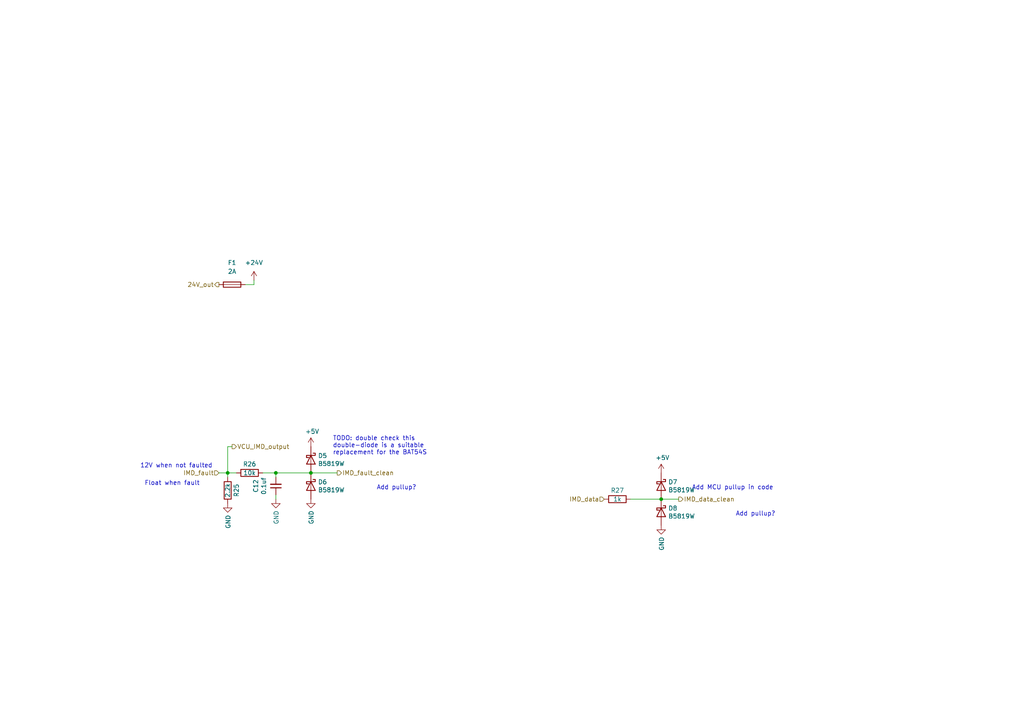
<source format=kicad_sch>
(kicad_sch (version 20211123) (generator eeschema)

  (uuid 419715bf-ffaa-4f14-ba39-b7cca3633324)

  (paper "A4")

  (lib_symbols
    (symbol "Device:C_Small" (pin_numbers hide) (pin_names (offset 0.254) hide) (in_bom yes) (on_board yes)
      (property "Reference" "C" (id 0) (at 0.254 1.778 0)
        (effects (font (size 1.27 1.27)) (justify left))
      )
      (property "Value" "C_Small" (id 1) (at 0.254 -2.032 0)
        (effects (font (size 1.27 1.27)) (justify left))
      )
      (property "Footprint" "" (id 2) (at 0 0 0)
        (effects (font (size 1.27 1.27)) hide)
      )
      (property "Datasheet" "~" (id 3) (at 0 0 0)
        (effects (font (size 1.27 1.27)) hide)
      )
      (property "ki_keywords" "capacitor cap" (id 4) (at 0 0 0)
        (effects (font (size 1.27 1.27)) hide)
      )
      (property "ki_description" "Unpolarized capacitor, small symbol" (id 5) (at 0 0 0)
        (effects (font (size 1.27 1.27)) hide)
      )
      (property "ki_fp_filters" "C_*" (id 6) (at 0 0 0)
        (effects (font (size 1.27 1.27)) hide)
      )
      (symbol "C_Small_0_1"
        (polyline
          (pts
            (xy -1.524 -0.508)
            (xy 1.524 -0.508)
          )
          (stroke (width 0.3302) (type default) (color 0 0 0 0))
          (fill (type none))
        )
        (polyline
          (pts
            (xy -1.524 0.508)
            (xy 1.524 0.508)
          )
          (stroke (width 0.3048) (type default) (color 0 0 0 0))
          (fill (type none))
        )
      )
      (symbol "C_Small_1_1"
        (pin passive line (at 0 2.54 270) (length 2.032)
          (name "~" (effects (font (size 1.27 1.27))))
          (number "1" (effects (font (size 1.27 1.27))))
        )
        (pin passive line (at 0 -2.54 90) (length 2.032)
          (name "~" (effects (font (size 1.27 1.27))))
          (number "2" (effects (font (size 1.27 1.27))))
        )
      )
    )
    (symbol "Device:D_Schottky" (pin_numbers hide) (pin_names (offset 1.016) hide) (in_bom yes) (on_board yes)
      (property "Reference" "D" (id 0) (at 0 2.54 0)
        (effects (font (size 1.27 1.27)))
      )
      (property "Value" "D_Schottky" (id 1) (at 0 -2.54 0)
        (effects (font (size 1.27 1.27)))
      )
      (property "Footprint" "" (id 2) (at 0 0 0)
        (effects (font (size 1.27 1.27)) hide)
      )
      (property "Datasheet" "~" (id 3) (at 0 0 0)
        (effects (font (size 1.27 1.27)) hide)
      )
      (property "ki_keywords" "diode Schottky" (id 4) (at 0 0 0)
        (effects (font (size 1.27 1.27)) hide)
      )
      (property "ki_description" "Schottky diode" (id 5) (at 0 0 0)
        (effects (font (size 1.27 1.27)) hide)
      )
      (property "ki_fp_filters" "TO-???* *_Diode_* *SingleDiode* D_*" (id 6) (at 0 0 0)
        (effects (font (size 1.27 1.27)) hide)
      )
      (symbol "D_Schottky_0_1"
        (polyline
          (pts
            (xy 1.27 0)
            (xy -1.27 0)
          )
          (stroke (width 0) (type default) (color 0 0 0 0))
          (fill (type none))
        )
        (polyline
          (pts
            (xy 1.27 1.27)
            (xy 1.27 -1.27)
            (xy -1.27 0)
            (xy 1.27 1.27)
          )
          (stroke (width 0.254) (type default) (color 0 0 0 0))
          (fill (type none))
        )
        (polyline
          (pts
            (xy -1.905 0.635)
            (xy -1.905 1.27)
            (xy -1.27 1.27)
            (xy -1.27 -1.27)
            (xy -0.635 -1.27)
            (xy -0.635 -0.635)
          )
          (stroke (width 0.254) (type default) (color 0 0 0 0))
          (fill (type none))
        )
      )
      (symbol "D_Schottky_1_1"
        (pin passive line (at -3.81 0 0) (length 2.54)
          (name "K" (effects (font (size 1.27 1.27))))
          (number "1" (effects (font (size 1.27 1.27))))
        )
        (pin passive line (at 3.81 0 180) (length 2.54)
          (name "A" (effects (font (size 1.27 1.27))))
          (number "2" (effects (font (size 1.27 1.27))))
        )
      )
    )
    (symbol "Device:Fuse" (pin_numbers hide) (pin_names (offset 0)) (in_bom yes) (on_board yes)
      (property "Reference" "F" (id 0) (at 2.032 0 90)
        (effects (font (size 1.27 1.27)))
      )
      (property "Value" "Fuse" (id 1) (at -1.905 0 90)
        (effects (font (size 1.27 1.27)))
      )
      (property "Footprint" "" (id 2) (at -1.778 0 90)
        (effects (font (size 1.27 1.27)) hide)
      )
      (property "Datasheet" "~" (id 3) (at 0 0 0)
        (effects (font (size 1.27 1.27)) hide)
      )
      (property "ki_keywords" "fuse" (id 4) (at 0 0 0)
        (effects (font (size 1.27 1.27)) hide)
      )
      (property "ki_description" "Fuse" (id 5) (at 0 0 0)
        (effects (font (size 1.27 1.27)) hide)
      )
      (property "ki_fp_filters" "*Fuse*" (id 6) (at 0 0 0)
        (effects (font (size 1.27 1.27)) hide)
      )
      (symbol "Fuse_0_1"
        (rectangle (start -0.762 -2.54) (end 0.762 2.54)
          (stroke (width 0.254) (type default) (color 0 0 0 0))
          (fill (type none))
        )
        (polyline
          (pts
            (xy 0 2.54)
            (xy 0 -2.54)
          )
          (stroke (width 0) (type default) (color 0 0 0 0))
          (fill (type none))
        )
      )
      (symbol "Fuse_1_1"
        (pin passive line (at 0 3.81 270) (length 1.27)
          (name "~" (effects (font (size 1.27 1.27))))
          (number "1" (effects (font (size 1.27 1.27))))
        )
        (pin passive line (at 0 -3.81 90) (length 1.27)
          (name "~" (effects (font (size 1.27 1.27))))
          (number "2" (effects (font (size 1.27 1.27))))
        )
      )
    )
    (symbol "Device:R" (pin_numbers hide) (pin_names (offset 0)) (in_bom yes) (on_board yes)
      (property "Reference" "R" (id 0) (at 2.032 0 90)
        (effects (font (size 1.27 1.27)))
      )
      (property "Value" "R" (id 1) (at 0 0 90)
        (effects (font (size 1.27 1.27)))
      )
      (property "Footprint" "" (id 2) (at -1.778 0 90)
        (effects (font (size 1.27 1.27)) hide)
      )
      (property "Datasheet" "~" (id 3) (at 0 0 0)
        (effects (font (size 1.27 1.27)) hide)
      )
      (property "ki_keywords" "R res resistor" (id 4) (at 0 0 0)
        (effects (font (size 1.27 1.27)) hide)
      )
      (property "ki_description" "Resistor" (id 5) (at 0 0 0)
        (effects (font (size 1.27 1.27)) hide)
      )
      (property "ki_fp_filters" "R_*" (id 6) (at 0 0 0)
        (effects (font (size 1.27 1.27)) hide)
      )
      (symbol "R_0_1"
        (rectangle (start -1.016 -2.54) (end 1.016 2.54)
          (stroke (width 0.254) (type default) (color 0 0 0 0))
          (fill (type none))
        )
      )
      (symbol "R_1_1"
        (pin passive line (at 0 3.81 270) (length 1.27)
          (name "~" (effects (font (size 1.27 1.27))))
          (number "1" (effects (font (size 1.27 1.27))))
        )
        (pin passive line (at 0 -3.81 90) (length 1.27)
          (name "~" (effects (font (size 1.27 1.27))))
          (number "2" (effects (font (size 1.27 1.27))))
        )
      )
    )
    (symbol "power:+24V" (power) (pin_names (offset 0)) (in_bom yes) (on_board yes)
      (property "Reference" "#PWR" (id 0) (at 0 -3.81 0)
        (effects (font (size 1.27 1.27)) hide)
      )
      (property "Value" "+24V" (id 1) (at 0 3.556 0)
        (effects (font (size 1.27 1.27)))
      )
      (property "Footprint" "" (id 2) (at 0 0 0)
        (effects (font (size 1.27 1.27)) hide)
      )
      (property "Datasheet" "" (id 3) (at 0 0 0)
        (effects (font (size 1.27 1.27)) hide)
      )
      (property "ki_keywords" "power-flag" (id 4) (at 0 0 0)
        (effects (font (size 1.27 1.27)) hide)
      )
      (property "ki_description" "Power symbol creates a global label with name \"+24V\"" (id 5) (at 0 0 0)
        (effects (font (size 1.27 1.27)) hide)
      )
      (symbol "+24V_0_1"
        (polyline
          (pts
            (xy -0.762 1.27)
            (xy 0 2.54)
          )
          (stroke (width 0) (type default) (color 0 0 0 0))
          (fill (type none))
        )
        (polyline
          (pts
            (xy 0 0)
            (xy 0 2.54)
          )
          (stroke (width 0) (type default) (color 0 0 0 0))
          (fill (type none))
        )
        (polyline
          (pts
            (xy 0 2.54)
            (xy 0.762 1.27)
          )
          (stroke (width 0) (type default) (color 0 0 0 0))
          (fill (type none))
        )
      )
      (symbol "+24V_1_1"
        (pin power_in line (at 0 0 90) (length 0) hide
          (name "+24V" (effects (font (size 1.27 1.27))))
          (number "1" (effects (font (size 1.27 1.27))))
        )
      )
    )
    (symbol "power:+5V" (power) (pin_names (offset 0)) (in_bom yes) (on_board yes)
      (property "Reference" "#PWR" (id 0) (at 0 -3.81 0)
        (effects (font (size 1.27 1.27)) hide)
      )
      (property "Value" "+5V" (id 1) (at 0 3.556 0)
        (effects (font (size 1.27 1.27)))
      )
      (property "Footprint" "" (id 2) (at 0 0 0)
        (effects (font (size 1.27 1.27)) hide)
      )
      (property "Datasheet" "" (id 3) (at 0 0 0)
        (effects (font (size 1.27 1.27)) hide)
      )
      (property "ki_keywords" "power-flag" (id 4) (at 0 0 0)
        (effects (font (size 1.27 1.27)) hide)
      )
      (property "ki_description" "Power symbol creates a global label with name \"+5V\"" (id 5) (at 0 0 0)
        (effects (font (size 1.27 1.27)) hide)
      )
      (symbol "+5V_0_1"
        (polyline
          (pts
            (xy -0.762 1.27)
            (xy 0 2.54)
          )
          (stroke (width 0) (type default) (color 0 0 0 0))
          (fill (type none))
        )
        (polyline
          (pts
            (xy 0 0)
            (xy 0 2.54)
          )
          (stroke (width 0) (type default) (color 0 0 0 0))
          (fill (type none))
        )
        (polyline
          (pts
            (xy 0 2.54)
            (xy 0.762 1.27)
          )
          (stroke (width 0) (type default) (color 0 0 0 0))
          (fill (type none))
        )
      )
      (symbol "+5V_1_1"
        (pin power_in line (at 0 0 90) (length 0) hide
          (name "+5V" (effects (font (size 1.27 1.27))))
          (number "1" (effects (font (size 1.27 1.27))))
        )
      )
    )
    (symbol "power:GND" (power) (pin_names (offset 0)) (in_bom yes) (on_board yes)
      (property "Reference" "#PWR" (id 0) (at 0 -6.35 0)
        (effects (font (size 1.27 1.27)) hide)
      )
      (property "Value" "GND" (id 1) (at 0 -3.81 0)
        (effects (font (size 1.27 1.27)))
      )
      (property "Footprint" "" (id 2) (at 0 0 0)
        (effects (font (size 1.27 1.27)) hide)
      )
      (property "Datasheet" "" (id 3) (at 0 0 0)
        (effects (font (size 1.27 1.27)) hide)
      )
      (property "ki_keywords" "power-flag" (id 4) (at 0 0 0)
        (effects (font (size 1.27 1.27)) hide)
      )
      (property "ki_description" "Power symbol creates a global label with name \"GND\" , ground" (id 5) (at 0 0 0)
        (effects (font (size 1.27 1.27)) hide)
      )
      (symbol "GND_0_1"
        (polyline
          (pts
            (xy 0 0)
            (xy 0 -1.27)
            (xy 1.27 -1.27)
            (xy 0 -2.54)
            (xy -1.27 -1.27)
            (xy 0 -1.27)
          )
          (stroke (width 0) (type default) (color 0 0 0 0))
          (fill (type none))
        )
      )
      (symbol "GND_1_1"
        (pin power_in line (at 0 0 270) (length 0) hide
          (name "GND" (effects (font (size 1.27 1.27))))
          (number "1" (effects (font (size 1.27 1.27))))
        )
      )
    )
  )

  (junction (at 191.77 144.78) (diameter 0) (color 0 0 0 0)
    (uuid 086ab04d-4086-427c-992f-819b91a9021d)
  )
  (junction (at 80.01 137.16) (diameter 0) (color 0 0 0 0)
    (uuid 119c633c-175b-4b38-bbc1-1a076032c16e)
  )
  (junction (at 66.04 137.16) (diameter 0) (color 0 0 0 0)
    (uuid 22fd57c4-481e-4417-b920-694451210da2)
  )
  (junction (at 90.17 137.16) (diameter 0) (color 0 0 0 0)
    (uuid 5968c877-7376-4e25-b8db-5e755d570d06)
  )

  (wire (pts (xy 90.17 137.16) (xy 97.79 137.16))
    (stroke (width 0) (type default) (color 0 0 0 0))
    (uuid 1cd85cce-d94a-4a92-8af2-23d3a2b66793)
  )
  (wire (pts (xy 182.88 144.78) (xy 191.77 144.78))
    (stroke (width 0) (type default) (color 0 0 0 0))
    (uuid 1ec648ca-df29-4910-86ed-6f48e345dbdb)
  )
  (wire (pts (xy 66.04 138.43) (xy 66.04 137.16))
    (stroke (width 0) (type default) (color 0 0 0 0))
    (uuid 43f4cf53-1dc5-4426-bbd2-fabe9c3d45ec)
  )
  (wire (pts (xy 191.77 144.78) (xy 196.85 144.78))
    (stroke (width 0) (type default) (color 0 0 0 0))
    (uuid 59246647-4e57-4b5f-9f1e-b0cc1fb90bb2)
  )
  (wire (pts (xy 73.66 82.55) (xy 71.12 82.55))
    (stroke (width 0) (type default) (color 0 0 0 0))
    (uuid 7be13a36-eb8e-440f-aaac-2fd6665d9f61)
  )
  (wire (pts (xy 63.5 137.16) (xy 66.04 137.16))
    (stroke (width 0) (type default) (color 0 0 0 0))
    (uuid 7fd11519-eb9e-4413-8ca2-e43e38c699f6)
  )
  (wire (pts (xy 80.01 137.16) (xy 90.17 137.16))
    (stroke (width 0) (type default) (color 0 0 0 0))
    (uuid a5c35670-98af-44c6-a3f4-bbad7ffecfd3)
  )
  (wire (pts (xy 66.04 137.16) (xy 68.58 137.16))
    (stroke (width 0) (type default) (color 0 0 0 0))
    (uuid bc29a09d-ebbe-4bab-9edb-114e75ee17a4)
  )
  (wire (pts (xy 66.04 137.16) (xy 66.04 129.54))
    (stroke (width 0) (type default) (color 0 0 0 0))
    (uuid c66790a8-2c84-47da-b059-a728d9f51463)
  )
  (wire (pts (xy 80.01 137.16) (xy 80.01 138.43))
    (stroke (width 0) (type default) (color 0 0 0 0))
    (uuid c7524402-4dbd-4d05-888d-edab7e79a150)
  )
  (wire (pts (xy 66.04 129.54) (xy 67.31 129.54))
    (stroke (width 0) (type default) (color 0 0 0 0))
    (uuid cb4b7bcd-f8cd-4398-9baf-986854c6b2ae)
  )
  (wire (pts (xy 76.2 137.16) (xy 80.01 137.16))
    (stroke (width 0) (type default) (color 0 0 0 0))
    (uuid d5128f0b-0a4f-4337-a7f7-9a3dfe4ad4f9)
  )
  (wire (pts (xy 73.66 81.28) (xy 73.66 82.55))
    (stroke (width 0) (type default) (color 0 0 0 0))
    (uuid fa16f237-4e21-4b18-8c54-f7de4e62bbb6)
  )
  (wire (pts (xy 80.01 143.51) (xy 80.01 144.78))
    (stroke (width 0) (type default) (color 0 0 0 0))
    (uuid fed6a1e7-e233-4dff-87e0-8992a65c8dd0)
  )

  (text "TODO: double check this \ndouble-diode is a suitable \nreplacement for the BAT54S"
    (at 96.52 132.08 0)
    (effects (font (size 1.27 1.27)) (justify left bottom))
    (uuid 0d32fbdb-2a37-4863-af10-fc85c1c6174f)
  )
  (text "Add pullup?" (at 109.22 142.24 0)
    (effects (font (size 1.27 1.27)) (justify left bottom))
    (uuid 42688fc6-3e24-4a56-9963-828da46dcdfb)
  )
  (text "Add MCU pullup in code" (at 200.66 142.24 0)
    (effects (font (size 1.27 1.27)) (justify left bottom))
    (uuid 539dec9e-2c45-4201-ab13-cbbbab8fc31b)
  )
  (text "Float when fault" (at 41.91 140.97 0)
    (effects (font (size 1.27 1.27)) (justify left bottom))
    (uuid 75d5a810-84fd-42c4-a0b7-6b82d09662a2)
  )
  (text "12V when not faulted" (at 40.64 135.89 0)
    (effects (font (size 1.27 1.27)) (justify left bottom))
    (uuid a072347a-1cac-4ead-8c61-cfe38fd40342)
  )
  (text "Add pullup?" (at 213.36 149.86 0)
    (effects (font (size 1.27 1.27)) (justify left bottom))
    (uuid c546008e-7661-419e-94b3-0bbb9fd14ec8)
  )

  (hierarchical_label "IMD_data_clean" (shape output) (at 196.85 144.78 0)
    (effects (font (size 1.27 1.27)) (justify left))
    (uuid 30cf5573-2ac5-4d4b-8678-7fcebe2bcd36)
  )
  (hierarchical_label "24V_out" (shape output) (at 63.5 82.55 180)
    (effects (font (size 1.27 1.27)) (justify right))
    (uuid 669e2f76-dce7-4b88-b383-d3587e6cc0cc)
  )
  (hierarchical_label "IMD_data" (shape input) (at 175.26 144.78 180)
    (effects (font (size 1.27 1.27)) (justify right))
    (uuid ad4fcc27-bf1e-4e2e-ab26-9b8032da7693)
  )
  (hierarchical_label "IMD_fault_clean" (shape output) (at 97.79 137.16 0)
    (effects (font (size 1.27 1.27)) (justify left))
    (uuid d7b67c11-d515-46cf-bcf0-0f0ef2d0158a)
  )
  (hierarchical_label "IMD_fault" (shape input) (at 63.5 137.16 180)
    (effects (font (size 1.27 1.27)) (justify right))
    (uuid f88265e8-a27a-4259-b3ad-7df91a571c60)
  )
  (hierarchical_label "VCU_IMD_output" (shape output) (at 67.31 129.54 0)
    (effects (font (size 1.27 1.27)) (justify left))
    (uuid fb4e7351-d265-4999-adf6-bc7596c21cf3)
  )

  (symbol (lib_id "Device:R") (at 72.39 137.16 270) (unit 1)
    (in_bom yes) (on_board yes)
    (uuid 00000000-0000-0000-0000-00005d9bca9a)
    (property "Reference" "R26" (id 0) (at 72.39 134.62 90))
    (property "Value" "10k" (id 1) (at 72.39 137.16 90))
    (property "Footprint" "FixedTextSizes:R_0402_1005Metric" (id 2) (at 72.39 135.382 90)
      (effects (font (size 1.27 1.27)) hide)
    )
    (property "Datasheet" "~" (id 3) (at 72.39 137.16 0)
      (effects (font (size 1.27 1.27)) hide)
    )
    (property "Description" "RES SMD 10k OHM 1% 0603" (id 4) (at 72.39 137.16 0)
      (effects (font (size 1.27 1.27)) hide)
    )
    (property "Package" "0603" (id 5) (at 72.39 137.16 0)
      (effects (font (size 1.27 1.27)) hide)
    )
    (pin "1" (uuid a1c2d558-8b9e-4cbb-b214-fc50d17d85d1))
    (pin "2" (uuid 567a779c-35a9-4bdf-bf21-1cefafe5b091))
  )

  (symbol (lib_id "Device:R") (at 66.04 142.24 180) (unit 1)
    (in_bom yes) (on_board yes)
    (uuid 00000000-0000-0000-0000-00005d9bd55c)
    (property "Reference" "R25" (id 0) (at 68.58 142.24 90))
    (property "Value" "2.2k" (id 1) (at 66.04 142.24 90))
    (property "Footprint" "FixedTextSizes:R_0402_1005Metric" (id 2) (at 67.818 142.24 90)
      (effects (font (size 1.27 1.27)) hide)
    )
    (property "Datasheet" "~" (id 3) (at 66.04 142.24 0)
      (effects (font (size 1.27 1.27)) hide)
    )
    (property "Description" "RES SMD 2.2k OHM 1% 0603" (id 4) (at 66.04 142.24 0)
      (effects (font (size 1.27 1.27)) hide)
    )
    (property "Package" "0603" (id 5) (at 66.04 142.24 0)
      (effects (font (size 1.27 1.27)) hide)
    )
    (pin "1" (uuid 6734c736-1b8b-406b-8c50-e25802e1c135))
    (pin "2" (uuid 25bd7ff2-cd96-48be-92bd-a950dbd86919))
  )

  (symbol (lib_id "power:GND") (at 66.04 146.05 0) (unit 1)
    (in_bom yes) (on_board yes)
    (uuid 00000000-0000-0000-0000-00005d9bed79)
    (property "Reference" "#PWR061" (id 0) (at 66.04 152.4 0)
      (effects (font (size 1.27 1.27)) hide)
    )
    (property "Value" "GND" (id 1) (at 66.167 149.3012 90)
      (effects (font (size 1.27 1.27)) (justify right))
    )
    (property "Footprint" "" (id 2) (at 66.04 146.05 0)
      (effects (font (size 1.27 1.27)) hide)
    )
    (property "Datasheet" "" (id 3) (at 66.04 146.05 0)
      (effects (font (size 1.27 1.27)) hide)
    )
    (pin "1" (uuid 19e890e0-2979-446c-bfd5-6d8761601eba))
  )

  (symbol (lib_id "power:GND") (at 90.17 144.78 0) (unit 1)
    (in_bom yes) (on_board yes)
    (uuid 00000000-0000-0000-0000-00005d9c297c)
    (property "Reference" "#PWR065" (id 0) (at 90.17 151.13 0)
      (effects (font (size 1.27 1.27)) hide)
    )
    (property "Value" "GND" (id 1) (at 90.297 148.0312 90)
      (effects (font (size 1.27 1.27)) (justify right))
    )
    (property "Footprint" "" (id 2) (at 90.17 144.78 0)
      (effects (font (size 1.27 1.27)) hide)
    )
    (property "Datasheet" "" (id 3) (at 90.17 144.78 0)
      (effects (font (size 1.27 1.27)) hide)
    )
    (pin "1" (uuid 0a62ba81-7758-493b-9fd9-9412dd624f69))
  )

  (symbol (lib_id "Device:C_Small") (at 80.01 140.97 180) (unit 1)
    (in_bom yes) (on_board yes)
    (uuid 00000000-0000-0000-0000-00005d9d0978)
    (property "Reference" "C12" (id 0) (at 74.1934 140.97 90))
    (property "Value" "0.1uf" (id 1) (at 76.5048 140.97 90))
    (property "Footprint" "FixedTextSizes:C_0402_1005Metric_Pad0.74x0.62mm_HandSolder_Reasonable_Text_Size" (id 2) (at 80.01 140.97 0)
      (effects (font (size 1.27 1.27)) hide)
    )
    (property "Datasheet" "~" (id 3) (at 80.01 140.97 0)
      (effects (font (size 1.27 1.27)) hide)
    )
    (property "Manufacturer" "." (id 4) (at 60.96 129.54 90)
      (effects (font (size 1.524 1.524)) hide)
    )
    (property "Part Number" "." (id 5) (at 60.96 129.54 90)
      (effects (font (size 1.524 1.524)) hide)
    )
    (property "Description" "CAP CER 0.1UF 25V X7R 0603" (id 6) (at 60.96 129.54 90)
      (effects (font (size 1.524 1.524)) hide)
    )
    (property "Package" "0603" (id 7) (at 60.96 129.54 90)
      (effects (font (size 1.524 1.524)) hide)
    )
    (pin "1" (uuid 4b558454-b670-460b-9b80-2271ae1228e2))
    (pin "2" (uuid 56d56456-562c-4764-b99d-98bdc6044e67))
  )

  (symbol (lib_id "power:GND") (at 80.01 144.78 0) (unit 1)
    (in_bom yes) (on_board yes)
    (uuid 00000000-0000-0000-0000-00005d9d1803)
    (property "Reference" "#PWR063" (id 0) (at 80.01 151.13 0)
      (effects (font (size 1.27 1.27)) hide)
    )
    (property "Value" "GND" (id 1) (at 80.137 148.0312 90)
      (effects (font (size 1.27 1.27)) (justify right))
    )
    (property "Footprint" "" (id 2) (at 80.01 144.78 0)
      (effects (font (size 1.27 1.27)) hide)
    )
    (property "Datasheet" "" (id 3) (at 80.01 144.78 0)
      (effects (font (size 1.27 1.27)) hide)
    )
    (pin "1" (uuid 26439941-672b-430c-96bc-1a423772990b))
  )

  (symbol (lib_id "Device:R") (at 179.07 144.78 270) (unit 1)
    (in_bom yes) (on_board yes)
    (uuid 00000000-0000-0000-0000-00005d9d70d5)
    (property "Reference" "R27" (id 0) (at 179.07 142.24 90))
    (property "Value" "1k" (id 1) (at 179.07 144.78 90))
    (property "Footprint" "FixedTextSizes:R_0402_1005Metric" (id 2) (at 179.07 143.002 90)
      (effects (font (size 1.27 1.27)) hide)
    )
    (property "Datasheet" "~" (id 3) (at 179.07 144.78 0)
      (effects (font (size 1.27 1.27)) hide)
    )
    (property "Description" "RES SMD 1k OHM 1% 0603" (id 4) (at 179.07 144.78 0)
      (effects (font (size 1.27 1.27)) hide)
    )
    (property "Package" "0603" (id 5) (at 179.07 144.78 0)
      (effects (font (size 1.27 1.27)) hide)
    )
    (pin "1" (uuid 740b09a2-8054-4006-b2d8-a79cc892ca36))
    (pin "2" (uuid 80ac4bc9-b641-4643-803e-b5cc15a4bb25))
  )

  (symbol (lib_id "power:GND") (at 191.77 152.4 0) (unit 1)
    (in_bom yes) (on_board yes)
    (uuid 00000000-0000-0000-0000-00005d9d7102)
    (property "Reference" "#PWR067" (id 0) (at 191.77 158.75 0)
      (effects (font (size 1.27 1.27)) hide)
    )
    (property "Value" "GND" (id 1) (at 191.897 155.6512 90)
      (effects (font (size 1.27 1.27)) (justify right))
    )
    (property "Footprint" "" (id 2) (at 191.77 152.4 0)
      (effects (font (size 1.27 1.27)) hide)
    )
    (property "Datasheet" "" (id 3) (at 191.77 152.4 0)
      (effects (font (size 1.27 1.27)) hide)
    )
    (pin "1" (uuid 464c2f2c-6281-4508-9f7f-87593f2f7aab))
  )

  (symbol (lib_id "Device:Fuse") (at 67.31 82.55 270) (unit 1)
    (in_bom yes) (on_board yes)
    (uuid 00000000-0000-0000-0000-00006038728c)
    (property "Reference" "F1" (id 0) (at 67.31 76.2 90))
    (property "Value" "2A" (id 1) (at 67.31 78.74 90))
    (property "Footprint" "Fuse:Fuse_1206_3216Metric_Pad1.42x1.75mm_HandSolder" (id 2) (at 67.31 80.772 90)
      (effects (font (size 1.27 1.27)) hide)
    )
    (property "Datasheet" "https://belfuse.com/resources/datasheets/circuitprotection/ds-cp-c1q-series.pdf" (id 3) (at 67.31 82.55 0)
      (effects (font (size 1.27 1.27)) hide)
    )
    (property "Manufacturer" "Bel Fuse Inc." (id 4) (at 67.31 82.55 0)
      (effects (font (size 1.27 1.27)) hide)
    )
    (property "Part Number" "C1Q 2" (id 5) (at 67.31 82.55 0)
      (effects (font (size 1.27 1.27)) hide)
    )
    (property "Description" "FUSE BRD MNT 2A 125VAC 63VDC " (id 6) (at 67.31 82.55 0)
      (effects (font (size 1.27 1.27)) hide)
    )
    (property "Package" "1206" (id 7) (at 67.31 82.55 0)
      (effects (font (size 1.27 1.27)) hide)
    )
    (pin "1" (uuid 37d0967e-58d3-405c-b5ba-f97c79c70cd6))
    (pin "2" (uuid f3ef1f48-05eb-46a2-8fb5-f8adda5a161f))
  )

  (symbol (lib_id "power:+5V") (at 90.17 129.54 0) (unit 1)
    (in_bom yes) (on_board yes)
    (uuid 00000000-0000-0000-0000-000060fe65ca)
    (property "Reference" "#PWR064" (id 0) (at 90.17 133.35 0)
      (effects (font (size 1.27 1.27)) hide)
    )
    (property "Value" "+5V" (id 1) (at 90.551 125.1458 0))
    (property "Footprint" "" (id 2) (at 90.17 129.54 0)
      (effects (font (size 1.27 1.27)) hide)
    )
    (property "Datasheet" "" (id 3) (at 90.17 129.54 0)
      (effects (font (size 1.27 1.27)) hide)
    )
    (pin "1" (uuid 3ce47b56-69a3-4ed3-9125-c983068653df))
  )

  (symbol (lib_id "power:+5V") (at 191.77 137.16 0) (unit 1)
    (in_bom yes) (on_board yes)
    (uuid 00000000-0000-0000-0000-000060fe70e0)
    (property "Reference" "#PWR066" (id 0) (at 191.77 140.97 0)
      (effects (font (size 1.27 1.27)) hide)
    )
    (property "Value" "+5V" (id 1) (at 192.151 132.7658 0))
    (property "Footprint" "" (id 2) (at 191.77 137.16 0)
      (effects (font (size 1.27 1.27)) hide)
    )
    (property "Datasheet" "" (id 3) (at 191.77 137.16 0)
      (effects (font (size 1.27 1.27)) hide)
    )
    (pin "1" (uuid d8a5537f-cb65-41b0-b0f9-80d160d109b1))
  )

  (symbol (lib_id "Device:D_Schottky") (at 191.77 148.59 270) (unit 1)
    (in_bom yes) (on_board yes)
    (uuid 00000000-0000-0000-0000-000060fe924a)
    (property "Reference" "D8" (id 0) (at 193.802 147.4216 90)
      (effects (font (size 1.27 1.27)) (justify left))
    )
    (property "Value" "B5819W" (id 1) (at 193.802 149.733 90)
      (effects (font (size 1.27 1.27)) (justify left))
    )
    (property "Footprint" "Diode_SMD:D_SOD-123" (id 2) (at 191.77 148.59 0)
      (effects (font (size 1.27 1.27)) hide)
    )
    (property "Datasheet" "https://datasheet.lcsc.com/lcsc/1809140216_Changjiang-Electronics-Tech-CJ-B5819W_C8598.pdf" (id 3) (at 191.77 148.59 0)
      (effects (font (size 1.27 1.27)) hide)
    )
    (property "Description" "40V 1A 600mV @ 1A SOD-123 Schottky Barrier Diodes (SBD) RoHS" (id 4) (at 191.77 148.59 90)
      (effects (font (size 1.27 1.27)) hide)
    )
    (property "Package" "SOD-123" (id 5) (at 191.77 148.59 90)
      (effects (font (size 1.27 1.27)) hide)
    )
    (property "Manufacturer" " Changjiang Electronics Tech (CJ) " (id 6) (at 191.77 148.59 90)
      (effects (font (size 1.27 1.27)) hide)
    )
    (pin "1" (uuid bb1f1e74-6ba4-4ee7-909e-c6eff9d61ec6))
    (pin "2" (uuid 22d4c2e2-0e0e-4c4d-ac26-e85a50cf73ef))
  )

  (symbol (lib_id "Device:D_Schottky") (at 191.77 140.97 270) (unit 1)
    (in_bom yes) (on_board yes)
    (uuid 00000000-0000-0000-0000-000060feaf38)
    (property "Reference" "D7" (id 0) (at 193.802 139.8016 90)
      (effects (font (size 1.27 1.27)) (justify left))
    )
    (property "Value" "B5819W" (id 1) (at 193.802 142.113 90)
      (effects (font (size 1.27 1.27)) (justify left))
    )
    (property "Footprint" "Diode_SMD:D_SOD-123" (id 2) (at 191.77 140.97 0)
      (effects (font (size 1.27 1.27)) hide)
    )
    (property "Datasheet" "https://datasheet.lcsc.com/lcsc/1809140216_Changjiang-Electronics-Tech-CJ-B5819W_C8598.pdf" (id 3) (at 191.77 140.97 0)
      (effects (font (size 1.27 1.27)) hide)
    )
    (property "Description" "40V 1A 600mV @ 1A SOD-123 Schottky Barrier Diodes (SBD) RoHS" (id 4) (at 191.77 140.97 90)
      (effects (font (size 1.27 1.27)) hide)
    )
    (property "Package" "SOD-123" (id 5) (at 191.77 140.97 90)
      (effects (font (size 1.27 1.27)) hide)
    )
    (property "Manufacturer" " Changjiang Electronics Tech (CJ) " (id 6) (at 191.77 140.97 90)
      (effects (font (size 1.27 1.27)) hide)
    )
    (pin "1" (uuid d9d7d1c0-060b-4ce9-a00e-9f16ab7b45a0))
    (pin "2" (uuid b3ee6ba3-c49e-48bb-8f59-e1c853c81e7f))
  )

  (symbol (lib_id "Device:D_Schottky") (at 90.17 140.97 270) (unit 1)
    (in_bom yes) (on_board yes)
    (uuid 00000000-0000-0000-0000-000060feb55c)
    (property "Reference" "D6" (id 0) (at 92.202 139.8016 90)
      (effects (font (size 1.27 1.27)) (justify left))
    )
    (property "Value" "B5819W" (id 1) (at 92.202 142.113 90)
      (effects (font (size 1.27 1.27)) (justify left))
    )
    (property "Footprint" "Diode_SMD:D_SOD-123" (id 2) (at 90.17 140.97 0)
      (effects (font (size 1.27 1.27)) hide)
    )
    (property "Datasheet" "https://datasheet.lcsc.com/lcsc/1809140216_Changjiang-Electronics-Tech-CJ-B5819W_C8598.pdf" (id 3) (at 90.17 140.97 0)
      (effects (font (size 1.27 1.27)) hide)
    )
    (property "Description" "40V 1A 600mV @ 1A SOD-123 Schottky Barrier Diodes (SBD) RoHS" (id 4) (at 90.17 140.97 90)
      (effects (font (size 1.27 1.27)) hide)
    )
    (property "Package" "SOD-123" (id 5) (at 90.17 140.97 90)
      (effects (font (size 1.27 1.27)) hide)
    )
    (property "Manufacturer" " Changjiang Electronics Tech (CJ) " (id 6) (at 90.17 140.97 90)
      (effects (font (size 1.27 1.27)) hide)
    )
    (pin "1" (uuid 0c96c053-b7ba-44b5-aa2a-83c5e122f528))
    (pin "2" (uuid e908769b-44ee-4c48-8e5c-bb16cfe3dfc3))
  )

  (symbol (lib_id "Device:D_Schottky") (at 90.17 133.35 270) (unit 1)
    (in_bom yes) (on_board yes)
    (uuid 00000000-0000-0000-0000-000060fec13f)
    (property "Reference" "D5" (id 0) (at 92.202 132.1816 90)
      (effects (font (size 1.27 1.27)) (justify left))
    )
    (property "Value" "B5819W" (id 1) (at 92.202 134.493 90)
      (effects (font (size 1.27 1.27)) (justify left))
    )
    (property "Footprint" "Diode_SMD:D_SOD-123" (id 2) (at 90.17 133.35 0)
      (effects (font (size 1.27 1.27)) hide)
    )
    (property "Datasheet" "https://datasheet.lcsc.com/lcsc/1809140216_Changjiang-Electronics-Tech-CJ-B5819W_C8598.pdf" (id 3) (at 90.17 133.35 0)
      (effects (font (size 1.27 1.27)) hide)
    )
    (property "Description" "40V 1A 600mV @ 1A SOD-123 Schottky Barrier Diodes (SBD) RoHS" (id 4) (at 90.17 133.35 90)
      (effects (font (size 1.27 1.27)) hide)
    )
    (property "Package" "SOD-123" (id 5) (at 90.17 133.35 90)
      (effects (font (size 1.27 1.27)) hide)
    )
    (property "Manufacturer" " Changjiang Electronics Tech (CJ) " (id 6) (at 90.17 133.35 90)
      (effects (font (size 1.27 1.27)) hide)
    )
    (pin "1" (uuid ca316e89-3d20-4aea-a2c6-af7aadcfc7b8))
    (pin "2" (uuid 9759337a-e64f-4b6c-8775-f09221c04233))
  )

  (symbol (lib_id "power:+24V") (at 73.66 81.28 0) (unit 1)
    (in_bom yes) (on_board yes) (fields_autoplaced)
    (uuid a151745e-fa16-4bc5-94f0-4a5c49c41f28)
    (property "Reference" "#PWR062" (id 0) (at 73.66 85.09 0)
      (effects (font (size 1.27 1.27)) hide)
    )
    (property "Value" "+24V" (id 1) (at 73.66 76.2 0))
    (property "Footprint" "" (id 2) (at 73.66 81.28 0)
      (effects (font (size 1.27 1.27)) hide)
    )
    (property "Datasheet" "" (id 3) (at 73.66 81.28 0)
      (effects (font (size 1.27 1.27)) hide)
    )
    (pin "1" (uuid 7a9af72b-78d0-472b-8a99-9b8630e6083d))
  )
)

</source>
